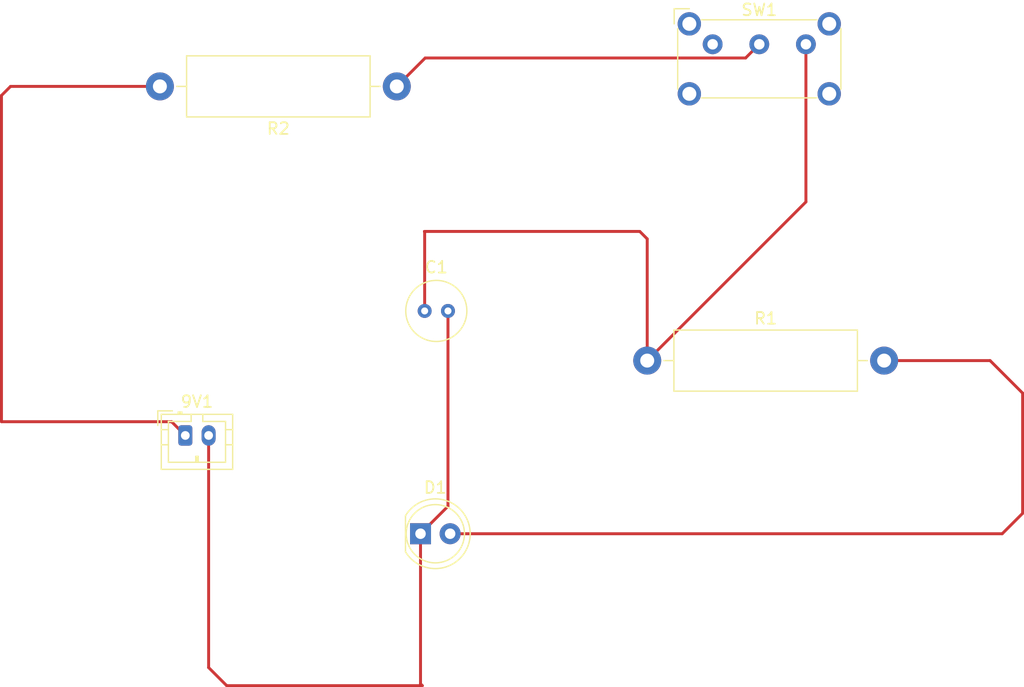
<source format=kicad_pcb>
(kicad_pcb (version 20211014) (generator pcbnew)
  (layers (0 "F.Cu" signal) (31 "B.Cu" signal) (34 "B.Paste" user) (35 "F.Paste" user) (36 "B.SilkS" user "B.Silkscreen") (37 "F.SilkS" user "F.Silkscreen") (38 "B.Mask" user) (39 "F.Mask" user) (44 "Edge.Cuts" user))
  (net 0 "")
  (net 1 "Net-(9V1-Pad1)")
  (net 2 "Net-(9V1-Pad2)")
  (net 3 "Net-(C1-Pad1)")
  (net 4 "Net-(D1-Pad2)")
  (net 5 "Net-(R2-Pad1)")
  (footprint "Connector_JST:JST_PH_B2B-PH-K_1x02_P2.00mm_Vertical" (layer "F.Cu") (at 90.74 111.7)
    (fp_text reference "9V1" (at 1 -2.9) (layer "F.SilkS"))
    (fp_text value "V1")
    (fp_line (start -2.06 -1.81) (end -2.06 2.91) (layer "F.SilkS") (width 0.12))
    (fp_line (start 1.1 1.8) (end 1.1 2.3) (layer "F.SilkS") (width 0.12))
    (fp_line (start -0.6 -2.01) (end -0.6 -1.81) (layer "F.SilkS") (width 0.12))
    (fp_line (start -0.3 -1.81) (end -0.3 -2.01) (layer "F.SilkS") (width 0.12))
    (fp_line (start 4.06 2.91) (end 4.06 -1.81) (layer "F.SilkS") (width 0.12))
    (fp_line (start 3.45 -1.2) (end 1.5 -1.2) (layer "F.SilkS") (width 0.12))
    (fp_line (start 1 2.3) (end 1 1.8) (layer "F.SilkS") (width 0.12))
    (fp_line (start -2.36 -2.11) (end -2.36 -0.86) (layer "F.SilkS") (width 0.12))
    (fp_line (start -1.11 -2.11) (end -2.36 -2.11) (layer "F.SilkS") (width 0.12))
    (fp_line (start 0.5 -1.2) (end -1.45 -1.2) (layer "F.SilkS") (width 0.12))
    (fp_line (start -2.06 -0.5) (end -1.45 -0.5) (layer "F.SilkS") (width 0.12))
    (fp_line (start 0.9 2.3) (end 0.9 1.8) (layer "F.SilkS") (width 0.12))
    (fp_line (start 0.9 1.8) (end 1.1 1.8) (layer "F.SilkS") (width 0.12))
    (fp_line (start -2.06 0.8) (end -1.45 0.8) (layer "F.SilkS") (width 0.12))
    (fp_line (start -1.45 -1.2) (end -1.45 2.3) (layer "F.SilkS") (width 0.12))
    (fp_line (start 4.06 -1.81) (end -2.06 -1.81) (layer "F.SilkS") (width 0.12))
    (fp_line (start 1.5 -1.2) (end 1.5 -1.81) (layer "F.SilkS") (width 0.12))
    (fp_line (start -0.3 -2.01) (end -0.6 -2.01) (layer "F.SilkS") (width 0.12))
    (fp_line (start -1.45 2.3) (end 3.45 2.3) (layer "F.SilkS") (width 0.12))
    (fp_line (start 0.5 -1.81) (end 0.5 -1.2) (layer "F.SilkS") (width 0.12))
    (fp_line (start 4.06 0.8) (end 3.45 0.8) (layer "F.SilkS") (width 0.12))
    (fp_line (start 4.06 -0.5) (end 3.45 -0.5) (layer "F.SilkS") (width 0.12))
    (fp_line (start -2.06 2.91) (end 4.06 2.91) (layer "F.SilkS") (width 0.12))
    (fp_line (start 3.45 2.3) (end 3.45 -1.2) (layer "F.SilkS") (width 0.12))
    (fp_line (start -0.3 -1.91) (end -0.6 -1.91) (layer "F.SilkS") (width 0.12))
    (pad "1" thru_hole roundrect (at 0 0) (size 1.2 1.75) (drill 0.75) (layers *.Cu *.Mask) (roundrect_rratio 0.208333) (net 1 "Net-(9V1-Pad1)"))
    (pad "2" thru_hole oval (at 2 0) (size 1.2 1.75) (drill 0.75) (layers *.Cu *.Mask) (net 2 "Net-(9V1-Pad2)"))
  )
  (footprint "LED_THT:LED_D5.0mm" (layer "F.Cu") (at 110.915 120.13)
    (fp_text reference "D1" (at 1.27 -3.96) (layer "F.SilkS"))
    (fp_text value "LED")
    (fp_line (start -1.29 -1.545) (end -1.29 1.545) (layer "F.SilkS") (width 0.12))
    (fp_arc (start -1.29 -1.54483) (mid 2.072002 -2.880433) (end 4.26 0.000462) (layer "F.SilkS") (width 0.12))
    (fp_arc (start 4.26 -0.000462) (mid 2.072002 2.880433) (end -1.29 1.54483) (layer "F.SilkS") (width 0.12))
    (fp_circle (center 1.27 0) (end 3.77 0) (layer "F.SilkS") (width 0.12) (fill none))
    (pad "1" thru_hole rect (at 0 0) (size 1.8 1.8) (drill 0.9) (layers *.Cu *.Mask) (net 2 "Net-(9V1-Pad2)"))
    (pad "2" thru_hole circle (at 2.54 0) (size 1.8 1.8) (drill 0.9) (layers *.Cu *.Mask) (net 4 "Net-(D1-Pad2)"))
  )
  (footprint "Button_Switch_THT:SW_E-Switch_EG1224_SPDT_Angled" (layer "F.Cu") (at 135.9725 78.1475)
    (fp_text reference "SW1" (at 4 -2.95) (layer "F.SilkS"))
    (fp_text value "SW_SPDT")
    (fp_line (start 11 -1.35) (end 11 3.85) (layer "F.SilkS") (width 0.12))
    (fp_line (start -3.3 -3.05) (end -2 -3.05) (layer "F.SilkS") (width 0.12))
    (fp_line (start -3 3.85) (end -3 -1.35) (layer "F.SilkS") (width 0.12))
    (fp_line (start 8.95 4.6) (end -0.95 4.6) (layer "F.SilkS") (width 0.12))
    (fp_line (start -3.3 -1.75) (end -3.3 -3.05) (layer "F.SilkS") (width 0.12))
    (fp_line (start -0.95 -2.1) (end 8.95 -2.1) (layer "F.SilkS") (width 0.12))
    (pad "" thru_hole circle (at -2 -1.75) (size 2 2) (drill 1.2) (layers *.Cu *.Mask))
    (pad "" thru_hole circle (at 10 4.25) (size 2 2) (drill 1.2) (layers *.Cu *.Mask))
    (pad "" thru_hole circle (at 10 -1.75) (size 2 2) (drill 1.2) (layers *.Cu *.Mask))
    (pad "" thru_hole circle (at -2 4.25) (size 2 2) (drill 1.2) (layers *.Cu *.Mask))
    (pad "1" thru_hole circle (at 0 0) (size 1.7 1.7) (drill 0.9) (layers *.Cu *.Mask))
    (pad "2" thru_hole circle (at 4 0) (size 1.7 1.7) (drill 0.9) (layers *.Cu *.Mask) (net 5 "Net-(R2-Pad1)"))
    (pad "3" thru_hole circle (at 8 0) (size 1.7 1.7) (drill 0.9) (layers *.Cu *.Mask) (net 3 "Net-(C1-Pad1)"))
  )
  (footprint "Resistor_THT:R_Axial_DIN0516_L15.5mm_D5.0mm_P20.32mm_Horizontal" (layer "F.Cu") (at 130.36 105.28)
    (fp_text reference "R1" (at 10.16 -3.62) (layer "F.SilkS"))
    (fp_text value "20 Kohm")
    (fp_line (start 18.03 2.62) (end 18.03 -2.62) (layer "F.SilkS") (width 0.12))
    (fp_line (start 2.29 2.62) (end 18.03 2.62) (layer "F.SilkS") (width 0.12))
    (fp_line (start 2.29 -2.62) (end 2.29 2.62) (layer "F.SilkS") (width 0.12))
    (fp_line (start 18.03 -2.62) (end 2.29 -2.62) (layer "F.SilkS") (width 0.12))
    (fp_line (start 18.88 0) (end 18.03 0) (layer "F.SilkS") (width 0.12))
    (fp_line (start 1.44 0) (end 2.29 0) (layer "F.SilkS") (width 0.12))
    (pad "1" thru_hole circle (at 0 0) (size 2.4 2.4) (drill 1.2) (layers *.Cu *.Mask) (net 3 "Net-(C1-Pad1)"))
    (pad "2" thru_hole oval (at 20.32 0) (size 2.4 2.4) (drill 1.2) (layers *.Cu *.Mask) (net 4 "Net-(D1-Pad2)"))
  )
  (footprint "Capacitor_THT:C_Radial_D5.0mm_H5.0mm_P2.00mm" (layer "F.Cu") (at 111.27 101.02)
    (fp_text reference "C1" (at 1 -3.75) (layer "F.SilkS"))
    (fp_text value "4.7 uF")
    (fp_circle (center 1 0) (end 3.62 0) (layer "F.SilkS") (width 0.12) (fill none))
    (pad "1" thru_hole circle (at 0 0) (size 1.2 1.2) (drill 0.6) (layers *.Cu *.Mask) (net 3 "Net-(C1-Pad1)"))
    (pad "2" thru_hole circle (at 2 0) (size 1.2 1.2) (drill 0.6) (layers *.Cu *.Mask) (net 2 "Net-(9V1-Pad2)"))
  )
  (footprint "Resistor_THT:R_Axial_DIN0516_L15.5mm_D5.0mm_P20.32mm_Horizontal" (layer "F.Cu") (at 108.88 81.76 180)
    (fp_text reference "R2" (at 10.16 -3.62) (layer "F.SilkS"))
    (fp_text value "2.2 Kohm")
    (fp_line (start 2.29 2.62) (end 18.03 2.62) (layer "F.SilkS") (width 0.12))
    (fp_line (start 18.88 0) (end 18.03 0) (layer "F.SilkS") (width 0.12))
    (fp_line (start 1.44 0) (end 2.29 0) (layer "F.SilkS") (width 0.12))
    (fp_line (start 2.29 -2.62) (end 2.29 2.62) (layer "F.SilkS") (width 0.12))
    (fp_line (start 18.03 -2.62) (end 2.29 -2.62) (layer "F.SilkS") (width 0.12))
    (fp_line (start 18.03 2.62) (end 18.03 -2.62) (layer "F.SilkS") (width 0.12))
    (pad "1" thru_hole circle (at 0 0 180) (size 2.4 2.4) (drill 1.2) (layers *.Cu *.Mask) (net 5 "Net-(R2-Pad1)"))
    (pad "2" thru_hole oval (at 20.32 0 180) (size 2.4 2.4) (drill 1.2) (layers *.Cu *.Mask) (net 1 "Net-(9V1-Pad1)"))
  )
  (segment (start 75.75 81.76) (end 88.56 81.76) (width 0.25) (layer "F.Cu") (net 1))
  (segment (start 90.74 111.7) (end 89.56 110.52) (width 0.25) (layer "F.Cu") (net 1))
  (segment (start 89.56 110.52) (end 74.97 110.52) (width 0.25) (layer "F.Cu") (net 1))
  (segment (start 74.97 110.52) (end 74.97 82.54) (width 0.25) (layer "F.Cu") (net 1))
  (segment (start 74.97 82.54) (end 75.75 81.76) (width 0.25) (layer "F.Cu") (net 1))
  (segment (start 110.915 133.005) (end 110.915 120.13) (width 0.25) (layer "F.Cu") (net 2))
  (segment (start 92.74 111.7) (end 92.74 131.61) (width 0.25) (layer "F.Cu") (net 2))
  (segment (start 94.29 133.16) (end 111.07 133.16) (width 0.25) (layer "F.Cu") (net 2))
  (segment (start 113.27 101.02) (end 113.27 117.775) (width 0.25) (layer "F.Cu") (net 2))
  (segment (start 113.27 117.775) (end 110.915 120.13) (width 0.25) (layer "F.Cu") (net 2))
  (segment (start 111.07 133.16) (end 110.915 133.005) (width 0.25) (layer "F.Cu") (net 2))
  (segment (start 92.74 131.61) (end 94.29 133.16) (width 0.25) (layer "F.Cu") (net 2))
  (segment (start 129.72 94.2) (end 130.36 94.84) (width 0.25) (layer "F.Cu") (net 3))
  (segment (start 111.25 94.2) (end 129.72 94.2) (width 0.25) (layer "F.Cu") (net 3))
  (segment (start 130.36 94.84) (end 130.36 105.28) (width 0.25) (layer "F.Cu") (net 3))
  (segment (start 143.9725 91.6675) (end 130.36 105.28) (width 0.25) (layer "F.Cu") (net 3))
  (segment (start 143.9725 78.1475) (end 143.9725 91.6675) (width 0.25) (layer "F.Cu") (net 3))
  (segment (start 111.27 101.02) (end 111.27 94.22) (width 0.25) (layer "F.Cu") (net 3))
  (segment (start 111.27 94.22) (end 111.25 94.2) (width 0.25) (layer "F.Cu") (net 3))
  (segment (start 162.56 118.38) (end 162.56 108.07) (width 0.25) (layer "F.Cu") (net 4))
  (segment (start 113.455 120.13) (end 160.81 120.13) (width 0.25) (layer "F.Cu") (net 4))
  (segment (start 159.77 105.28) (end 150.68 105.28) (width 0.25) (layer "F.Cu") (net 4))
  (segment (start 162.56 108.07) (end 159.77 105.28) (width 0.25) (layer "F.Cu") (net 4))
  (segment (start 160.81 120.13) (end 162.56 118.38) (width 0.25) (layer "F.Cu") (net 4))
  (segment (start 108.88 81.76) (end 111.3175 79.3225) (width 0.25) (layer "F.Cu") (net 5))
  (segment (start 138.7975 79.3225) (end 139.9725 78.1475) (width 0.25) (layer "F.Cu") (net 5))
  (segment (start 111.3175 79.3225) (end 138.7975 79.3225) (width 0.25) (layer "F.Cu") (net 5))
)
</source>
